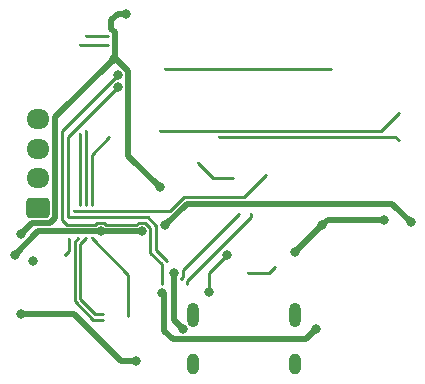
<source format=gbr>
%TF.GenerationSoftware,KiCad,Pcbnew,7.0.6*%
%TF.CreationDate,2025-03-25T12:17:55+01:00*%
%TF.ProjectId,Stepper ESP,53746570-7065-4722-9045-53502e6b6963,rev?*%
%TF.SameCoordinates,Original*%
%TF.FileFunction,Copper,L2,Bot*%
%TF.FilePolarity,Positive*%
%FSLAX46Y46*%
G04 Gerber Fmt 4.6, Leading zero omitted, Abs format (unit mm)*
G04 Created by KiCad (PCBNEW 7.0.6) date 2025-03-25 12:17:55*
%MOMM*%
%LPD*%
G01*
G04 APERTURE LIST*
G04 Aperture macros list*
%AMRoundRect*
0 Rectangle with rounded corners*
0 $1 Rounding radius*
0 $2 $3 $4 $5 $6 $7 $8 $9 X,Y pos of 4 corners*
0 Add a 4 corners polygon primitive as box body*
4,1,4,$2,$3,$4,$5,$6,$7,$8,$9,$2,$3,0*
0 Add four circle primitives for the rounded corners*
1,1,$1+$1,$2,$3*
1,1,$1+$1,$4,$5*
1,1,$1+$1,$6,$7*
1,1,$1+$1,$8,$9*
0 Add four rect primitives between the rounded corners*
20,1,$1+$1,$2,$3,$4,$5,0*
20,1,$1+$1,$4,$5,$6,$7,0*
20,1,$1+$1,$6,$7,$8,$9,0*
20,1,$1+$1,$8,$9,$2,$3,0*%
G04 Aperture macros list end*
%TA.AperFunction,ComponentPad*%
%ADD10O,1.000000X1.800000*%
%TD*%
%TA.AperFunction,ComponentPad*%
%ADD11O,1.000000X2.100000*%
%TD*%
%TA.AperFunction,ComponentPad*%
%ADD12RoundRect,0.250000X0.725000X-0.600000X0.725000X0.600000X-0.725000X0.600000X-0.725000X-0.600000X0*%
%TD*%
%TA.AperFunction,ComponentPad*%
%ADD13O,1.950000X1.700000*%
%TD*%
%TA.AperFunction,ViaPad*%
%ADD14C,0.300000*%
%TD*%
%TA.AperFunction,ViaPad*%
%ADD15C,0.800000*%
%TD*%
%TA.AperFunction,Conductor*%
%ADD16C,0.250000*%
%TD*%
%TA.AperFunction,Conductor*%
%ADD17C,0.500000*%
%TD*%
G04 APERTURE END LIST*
D10*
%TO.P,J1,S1,SHIELD*%
%TO.N,GND*%
X106110000Y-79250000D03*
D11*
X106110000Y-75050000D03*
X114750000Y-75050000D03*
D10*
X114750000Y-79250000D03*
%TD*%
D12*
%TO.P,J4,1,Pin_1*%
%TO.N,Net-(J4-Pin_1)*%
X93000000Y-66000000D03*
D13*
%TO.P,J4,2,Pin_2*%
%TO.N,Net-(J4-Pin_2)*%
X93000000Y-63500000D03*
%TO.P,J4,3,Pin_3*%
%TO.N,Net-(J4-Pin_3)*%
X93000000Y-61000000D03*
%TO.P,J4,4,Pin_4*%
%TO.N,Net-(J4-Pin_4)*%
X93000000Y-58500000D03*
%TD*%
D14*
%TO.N,Net-(U3-IO0)*%
X117750000Y-54250000D03*
%TO.N,MS2*%
X96500000Y-52250000D03*
X96500000Y-59750000D03*
X96500000Y-65799500D03*
X96329365Y-68599089D03*
X98849500Y-52250000D03*
X98500000Y-75500000D03*
%TO.N,MS1*%
X98849014Y-51500000D03*
X97000000Y-51500000D03*
X97000000Y-59500000D03*
X97000000Y-65799500D03*
X98500000Y-75000000D03*
X97000000Y-68599500D03*
D15*
%TO.N,+3V3*%
X91500000Y-68250000D03*
X99375000Y-53375000D03*
%TO.N,GND*%
X122250000Y-67000000D03*
D14*
%TO.N,TMC_EN*%
X112250000Y-63250000D03*
%TO.N,GND*%
X113000000Y-71000000D03*
X110750000Y-71500000D03*
%TO.N,TMC_EN*%
X95250000Y-70000000D03*
X95585523Y-68664477D03*
%TO.N,INDEX*%
X99000000Y-60000000D03*
%TO.N,TMC_EN*%
X96000000Y-66250000D03*
%TO.N,INDEX*%
X97500000Y-65799500D03*
X97500000Y-68599500D03*
X100585523Y-75164477D03*
%TO.N,DIAG*%
X106500000Y-62250000D03*
X109500000Y-63500000D03*
X111000000Y-66500000D03*
X105574000Y-72500000D03*
%TO.N,STEP*%
X103500000Y-72500000D03*
%TO.N,Net-(U3-IO0)*%
X103750000Y-54250000D03*
D15*
%TO.N,+3V3*%
X100411789Y-49589267D03*
X103250000Y-64250000D03*
D14*
%TO.N,Net-(U2-PDN_UART)*%
X110000000Y-66500000D03*
X105099500Y-72000000D03*
D15*
%TO.N,+5V*%
X109000000Y-70000000D03*
X107477872Y-73139500D03*
D14*
%TO.N,DIR*%
X103854027Y-70508076D03*
%TO.N,LED1*%
X108250000Y-59974500D03*
X123500000Y-60250000D03*
%TO.N,LED2*%
X103250000Y-59500000D03*
X123500000Y-58000000D03*
D15*
%TO.N,DIR*%
X99762299Y-55762299D03*
%TO.N,STEP*%
X99750000Y-54750000D03*
%TO.N,+3V3*%
X116500000Y-76250000D03*
%TO.N,+5V*%
X91000000Y-70000000D03*
X101750000Y-68000000D03*
X98275499Y-68000000D03*
%TO.N,+3V3*%
X92500000Y-70500000D03*
X103500000Y-73249503D03*
X103714500Y-67500000D03*
X124500000Y-67250000D03*
%TO.N,GND*%
X117000000Y-67500000D03*
X114750000Y-69750000D03*
%TO.N,+5V*%
X101250000Y-79000000D03*
X91500000Y-75000000D03*
%TO.N,GND*%
X104500000Y-71500000D03*
X105250000Y-76250000D03*
%TD*%
D16*
%TO.N,MS2*%
X96500000Y-52250000D02*
X98849500Y-52250000D01*
X96500000Y-65799500D02*
X96500000Y-59750000D01*
X96050000Y-68878454D02*
X96329365Y-68599089D01*
X96050000Y-73936396D02*
X96050000Y-68878454D01*
X97613604Y-75500000D02*
X96050000Y-73936396D01*
X98500000Y-75500000D02*
X97613604Y-75500000D01*
%TO.N,MS1*%
X96500000Y-69099500D02*
X97000000Y-68599500D01*
X96500000Y-73750000D02*
X96500000Y-69099500D01*
X98500000Y-75000000D02*
X97750000Y-75000000D01*
X97750000Y-75000000D02*
X96500000Y-73750000D01*
X97000000Y-51500000D02*
X98849014Y-51500000D01*
D17*
%TO.N,+3V3*%
X100612299Y-61612299D02*
X103250000Y-64250000D01*
X100612299Y-54410217D02*
X100612299Y-61612299D01*
X99375000Y-53375000D02*
X99577082Y-53375000D01*
X99708651Y-49589267D02*
X100411789Y-49589267D01*
X99577082Y-53375000D02*
X100612299Y-54410217D01*
X99150000Y-50147918D02*
X99708651Y-49589267D01*
X99150000Y-50851375D02*
X99150000Y-50147918D01*
X99449014Y-51150389D02*
X99150000Y-50851375D01*
X99449014Y-53300986D02*
X99449014Y-51150389D01*
X99375000Y-53375000D02*
X99449014Y-53300986D01*
X92450000Y-67300000D02*
X91500000Y-68250000D01*
X94014949Y-67300000D02*
X92450000Y-67300000D01*
X94425000Y-58325000D02*
X94425000Y-66889949D01*
X94425000Y-66889949D02*
X94014949Y-67300000D01*
X99375000Y-53375000D02*
X94425000Y-58325000D01*
D16*
%TO.N,MS1*%
X97000000Y-61328248D02*
X97000000Y-59500000D01*
X97000000Y-65799500D02*
X97000000Y-61328248D01*
D17*
%TO.N,+5V*%
X96000000Y-75000000D02*
X91500000Y-75000000D01*
X100000000Y-79000000D02*
X96000000Y-75000000D01*
X101250000Y-79000000D02*
X100000000Y-79000000D01*
D16*
%TO.N,TMC_EN*%
X95585523Y-69664477D02*
X95585523Y-68664477D01*
X95250000Y-70000000D02*
X95585523Y-69664477D01*
%TO.N,INDEX*%
X97500000Y-65799500D02*
X97500000Y-61500000D01*
X97500000Y-61500000D02*
X99000000Y-60000000D01*
X100585523Y-71685023D02*
X100585523Y-75164477D01*
X97500000Y-68599500D02*
X100585523Y-71685023D01*
D17*
%TO.N,GND*%
X117500000Y-67000000D02*
X117000000Y-67500000D01*
X122250000Y-67000000D02*
X117500000Y-67000000D01*
D16*
%TO.N,TMC_EN*%
X96024500Y-66274500D02*
X96000000Y-66250000D01*
X104126828Y-66274500D02*
X96024500Y-66274500D01*
X105326328Y-65075000D02*
X104126828Y-66274500D01*
X112250000Y-63250000D02*
X110425000Y-65075000D01*
X110425000Y-65075000D02*
X105326328Y-65075000D01*
%TO.N,GND*%
X112500000Y-71500000D02*
X113000000Y-71000000D01*
X110750000Y-71500000D02*
X112500000Y-71500000D01*
%TO.N,DIR*%
X95525000Y-59999598D02*
X99762299Y-55762299D01*
X95600000Y-66825000D02*
X95525000Y-66750000D01*
X102925000Y-69579049D02*
X102925000Y-67513299D01*
X95525000Y-66750000D02*
X95525000Y-59999598D01*
X103854027Y-70508076D02*
X102925000Y-69579049D01*
X102925000Y-67513299D02*
X102236701Y-66825000D01*
X102236701Y-66825000D02*
X95600000Y-66825000D01*
D17*
%TO.N,+3V3*%
X103650500Y-73400003D02*
X103650500Y-76400500D01*
D16*
X103500000Y-73249503D02*
X103650500Y-73400003D01*
D17*
X103650500Y-76400500D02*
X104350000Y-77100000D01*
D16*
%TO.N,DIAG*%
X109500000Y-63500000D02*
X107750000Y-63500000D01*
X111000000Y-66750000D02*
X111000000Y-66500000D01*
X107750000Y-63500000D02*
X106500000Y-62250000D01*
X105574000Y-72500000D02*
X105574000Y-72176000D01*
X105574000Y-72176000D02*
X111000000Y-66750000D01*
%TO.N,+5V*%
X109000000Y-70000000D02*
X107477872Y-71522128D01*
X107477872Y-71522128D02*
X107477872Y-73139500D01*
%TO.N,Net-(U2-PDN_UART)*%
X105225000Y-71275000D02*
X110000000Y-66500000D01*
X105225000Y-71874500D02*
X105225000Y-71275000D01*
X105099500Y-72000000D02*
X105225000Y-71874500D01*
%TO.N,STEP*%
X103500000Y-70825801D02*
X103500000Y-72500000D01*
X103424199Y-70750000D02*
X103500000Y-70825801D01*
X102475000Y-69800801D02*
X103424199Y-70750000D01*
X102475000Y-68300305D02*
X102475000Y-69800801D01*
%TO.N,LED1*%
X108250000Y-59974500D02*
X123224500Y-59974500D01*
X123224500Y-59974500D02*
X123500000Y-60250000D01*
%TO.N,LED2*%
X122000000Y-59500000D02*
X123500000Y-58000000D01*
X103250000Y-59500000D02*
X122000000Y-59500000D01*
%TO.N,Net-(U3-IO0)*%
X103750000Y-54250000D02*
X117750000Y-54250000D01*
%TO.N,STEP*%
X95000000Y-59500000D02*
X99750000Y-54750000D01*
X95000000Y-67000000D02*
X95000000Y-59500000D01*
X95425000Y-67425000D02*
X95000000Y-67000000D01*
X97825194Y-67425000D02*
X95425000Y-67425000D01*
X97975194Y-67275000D02*
X97825194Y-67425000D01*
X98725804Y-67425000D02*
X98575804Y-67275000D01*
X101299695Y-67425000D02*
X98725804Y-67425000D01*
X102050305Y-67275000D02*
X101449695Y-67275000D01*
X101449695Y-67275000D02*
X101299695Y-67425000D01*
X102475000Y-67699695D02*
X102050305Y-67275000D01*
X102475000Y-68300305D02*
X102475000Y-67699695D01*
X98575804Y-67275000D02*
X97975194Y-67275000D01*
D17*
%TO.N,GND*%
X104500000Y-75500000D02*
X104500000Y-71500000D01*
X105250000Y-76250000D02*
X104500000Y-75500000D01*
%TO.N,+3V3*%
X115650000Y-77100000D02*
X116500000Y-76250000D01*
X104350000Y-77100000D02*
X115650000Y-77100000D01*
%TO.N,+5V*%
X93000000Y-68000000D02*
X91000000Y-70000000D01*
X98275499Y-68000000D02*
X93000000Y-68000000D01*
X101750000Y-68000000D02*
X98275499Y-68000000D01*
%TO.N,+3V3*%
X105564500Y-65650000D02*
X103714500Y-67500000D01*
X124500000Y-67250000D02*
X122900000Y-65650000D01*
X122900000Y-65650000D02*
X105564500Y-65650000D01*
%TO.N,GND*%
X114750000Y-69750000D02*
X117000000Y-67500000D01*
%TD*%
M02*

</source>
